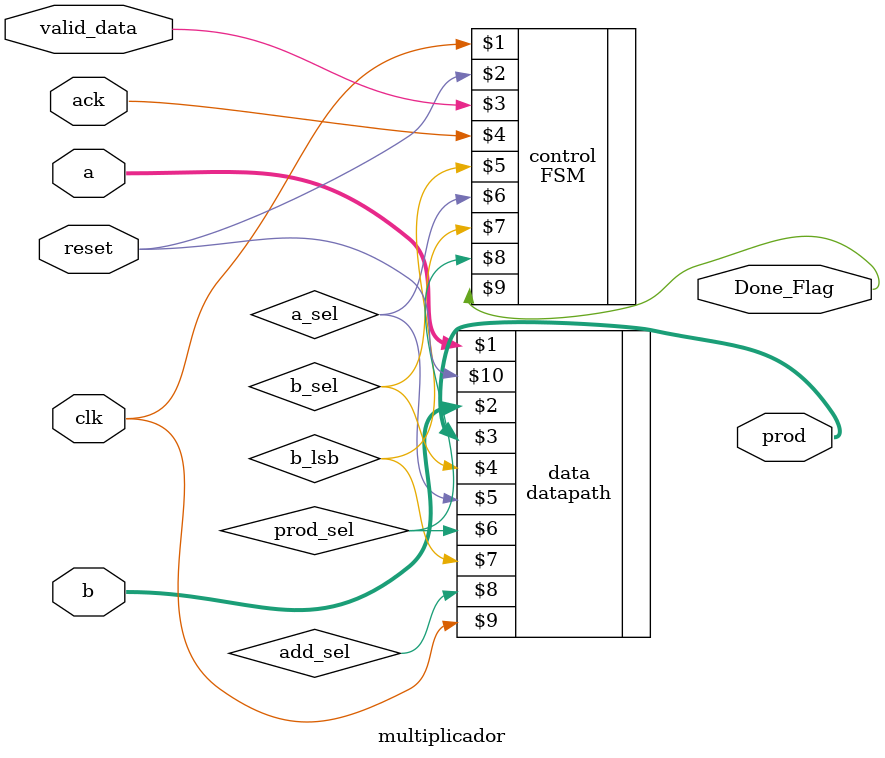
<source format=v>
`timescale 1ns/1ps
`include "datapath.v"
`include "FSM.v"

module multiplicador(prod, Done_Flag, a, b, clk, reset, valid_data, ack);

	output [31:0] prod;
	output Done_Flag;
	input [15:0] a, b;
	input clk,reset,valid_data,ack;

	datapath data(a, b, prod, b_sel, a_sel, prod_sel, b_lsb, add_sel, clk, reset);

	FSM control(clk, reset, valid_data, ack, b_lsb, a_sel, b_sel, prod_sel, Done_Flag);

endmodule
</source>
